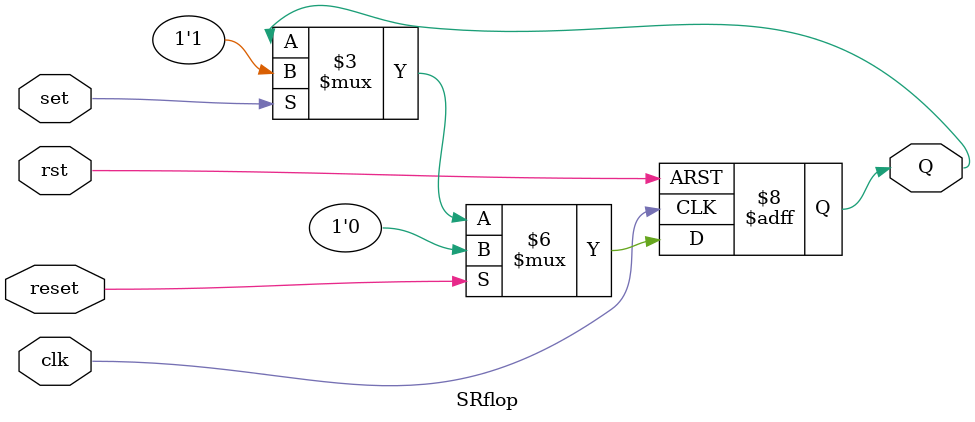
<source format=v>
`timescale 1ns / 1ps


module SRflop(rst, clk, set, reset, Q);
    input       rst, clk;
    input       set, reset;
    output      Q;
    
    reg         Q;
    
    always @(posedge rst, posedge clk)
        if(rst) 
            Q <= 0; 
        else if (reset) 
            Q <= 1'b0;
        else if (set) 
            Q <= 1'b1;
        else    
            Q <= Q;
            
endmodule

</source>
